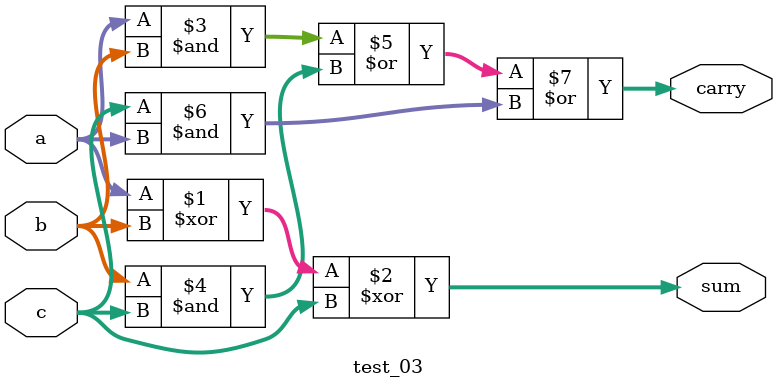
<source format=v>
`timescale 1ns / 1ps


module test_03 #(parameter n=8)(input [n-1:0]a,b,c,output [n-1:0]sum,carry);
assign sum=a^b^c;
assign carry=a&b|b&c|c&a;
endmodule

</source>
